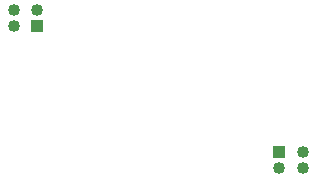
<source format=gtl>
G04*
G04 #@! TF.GenerationSoftware,Altium Limited,Altium Designer,22.8.2 (66)*
G04*
G04 Layer_Physical_Order=1*
G04 Layer_Color=255*
%FSLAX44Y44*%
%MOMM*%
G71*
G04*
G04 #@! TF.SameCoordinates,03C31CE9-7C2E-41FB-898D-559C101E88B0*
G04*
G04*
G04 #@! TF.FilePolarity,Positive*
G04*
G01*
G75*
%ADD12R,1.0200X1.0200*%
%ADD13C,1.0200*%
D12*
X96500Y316560D02*
D03*
X301560Y209160D02*
D03*
D13*
X76500Y316560D02*
D03*
Y329560D02*
D03*
X96500D02*
D03*
X321560Y209160D02*
D03*
Y196160D02*
D03*
X301560D02*
D03*
M02*

</source>
